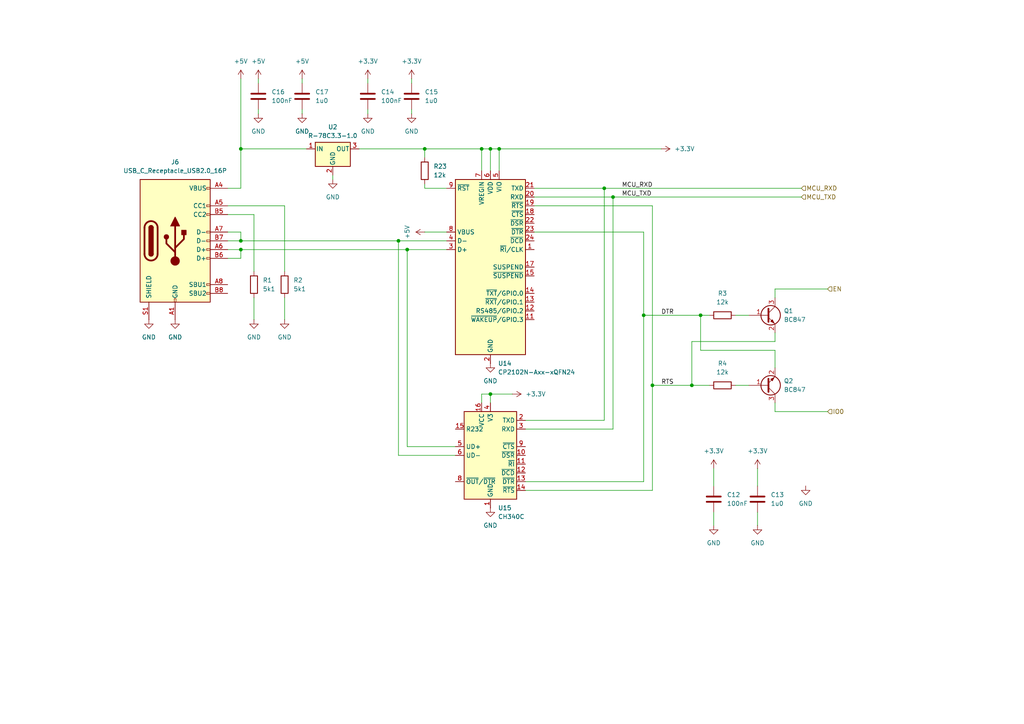
<source format=kicad_sch>
(kicad_sch (version 20231120) (generator "eeschema") (generator_version "8.0")
  (paper "A4")
  (lib_symbols
    (symbol "Connector:USB_C_Receptacle_USB2.0_16P" (pin_names (offset 1.016))
      (property "Reference" "J" (at 0 22.225 0))
      (property "Value" "USB_C_Receptacle_USB2.0_16P" (at 0 19.685 0))
      (symbol "USB_C_Receptacle_USB2.0_16P_0_0"
        (rectangle (start -0.254 -17.78) (end 0.254 -16.764))
        (rectangle (start 10.16 -14.986) (end 9.144 -15.494))
        (rectangle (start 10.16 -12.446) (end 9.144 -12.954))
        (rectangle (start 10.16 -4.826) (end 9.144 -5.334))
        (rectangle (start 10.16 -2.286) (end 9.144 -2.794))
        (rectangle (start 10.16 0.254) (end 9.144 -0.254))
        (rectangle (start 10.16 2.794) (end 9.144 2.286))
        (rectangle (start 10.16 7.874) (end 9.144 7.366))
        (rectangle (start 10.16 10.414) (end 9.144 9.906))
        (rectangle (start 10.16 15.494) (end 9.144 14.986))
      )
      (symbol "USB_C_Receptacle_USB2.0_16P_0_1"
        (rectangle (start -10.16 17.78) (end 10.16 -17.78) (stroke (width 0.254)) (fill (type background)))
        (arc (start -8.89 -3.81) (mid -6.985 -5.7067) (end -5.08 -3.81) (stroke (width 0.508)))
        (arc (start -7.62 -3.81) (mid -6.985 -4.4423) (end -6.35 -3.81) (stroke (width 0.254)))
        (arc (start -7.62 -3.81) (mid -6.985 -4.4423) (end -6.35 -3.81) (stroke (width 0.254)) (fill (type outline)))
        (rectangle (start -7.62 -3.81) (end -6.35 3.81) (stroke (width 0.254)) (fill (type outline)))
        (arc (start -6.35 3.81) (mid -6.985 4.4423) (end -7.62 3.81) (stroke (width 0.254)))
        (arc (start -6.35 3.81) (mid -6.985 4.4423) (end -7.62 3.81) (stroke (width 0.254)) (fill (type outline)))
        (arc (start -5.08 3.81) (mid -6.985 5.7067) (end -8.89 3.81) (stroke (width 0.508)))
        (circle (center -2.54 1.143) (radius 0.635) (stroke (width 0.254)) (fill (type outline)))
        (circle (center 0 -5.842) (radius 1.27) (fill (type outline)))
        (polyline (pts (xy -8.89 -3.81) (xy -8.89 3.81)) (stroke (width 0.508)))
        (polyline (pts (xy -5.08 3.81) (xy -5.08 -3.81)) (stroke (width 0.508)))
        (polyline (pts (xy 0 -5.842) (xy 0 4.318)) (stroke (width 0.508)))
        (polyline (pts (xy 0 -3.302) (xy -2.54 -0.762) (xy -2.54 0.508)) (stroke (width 0.508)))
        (polyline (pts (xy 0 -2.032) (xy 2.54 0.508) (xy 2.54 1.778)) (stroke (width 0.508)))
        (polyline (pts (xy -1.27 4.318) (xy 0 6.858) (xy 1.27 4.318) (xy -1.27 4.318)) (stroke (width 0.254)) (fill (type outline)))
        (rectangle (start 1.905 1.778) (end 3.175 3.048) (stroke (width 0.254)) (fill (type outline)))
      )
      (symbol "USB_C_Receptacle_USB2.0_16P_1_1"
        (pin passive line (at 0 -22.86 90) (length 5.08) (name "GND") (number "A1"))
        (pin passive line (at 0 -22.86 90) (length 5.08) hide (name "GND") (number "A12"))
        (pin passive line (at 15.24 15.24 180) (length 5.08) (name "VBUS") (number "A4"))
        (pin bidirectional line (at 15.24 10.16 180) (length 5.08) (name "CC1") (number "A5"))
        (pin bidirectional line (at 15.24 -2.54 180) (length 5.08) (name "D+") (number "A6"))
        (pin bidirectional line (at 15.24 2.54 180) (length 5.08) (name "D-") (number "A7"))
        (pin bidirectional line (at 15.24 -12.7 180) (length 5.08) (name "SBU1") (number "A8"))
        (pin passive line (at 15.24 15.24 180) (length 5.08) hide (name "VBUS") (number "A9"))
        (pin passive line (at 0 -22.86 90) (length 5.08) hide (name "GND") (number "B1"))
        (pin passive line (at 0 -22.86 90) (length 5.08) hide (name "GND") (number "B12"))
        (pin passive line (at 15.24 15.24 180) (length 5.08) hide (name "VBUS") (number "B4"))
        (pin bidirectional line (at 15.24 7.62 180) (length 5.08) (name "CC2") (number "B5"))
        (pin bidirectional line (at 15.24 -5.08 180) (length 5.08) (name "D+") (number "B6"))
        (pin bidirectional line (at 15.24 0 180) (length 5.08) (name "D-") (number "B7"))
        (pin bidirectional line (at 15.24 -15.24 180) (length 5.08) (name "SBU2") (number "B8"))
        (pin passive line (at 15.24 15.24 180) (length 5.08) hide (name "VBUS") (number "B9"))
        (pin passive line (at -7.62 -22.86 90) (length 5.08) (name "SHIELD") (number "S1"))
      )
    )
    (symbol "Device:C" (pin_numbers hide) (pin_names (offset 0.254))
      (property "Reference" "C" (at 0.635 2.54 0))
      (property "Value" "C" (at 0.635 -2.54 0))
      (symbol "C_0_1"
        (polyline (pts (xy -2.032 -0.762) (xy 2.032 -0.762)) (stroke (width 0.508)))
        (polyline (pts (xy -2.032 0.762) (xy 2.032 0.762)) (stroke (width 0.508)))
      )
      (symbol "C_1_1"
        (pin passive line (at 0 3.81 270) (length 2.794) (name "~") (number "1"))
        (pin passive line (at 0 -3.81 90) (length 2.794) (name "~") (number "2"))
      )
    )
    (symbol "Device:R" (pin_numbers hide) (pin_names (offset 0))
      (property "Reference" "R" (at 2.032 0 90))
      (property "Value" "R" (at 0 0 90))
      (symbol "R_0_1"
        (rectangle (start -1.016 -2.54) (end 1.016 2.54) (stroke (width 0.254)))
      )
      (symbol "R_1_1"
        (pin passive line (at 0 3.81 270) (length 1.27) (name "~") (number "1"))
        (pin passive line (at 0 -3.81 90) (length 1.27) (name "~") (number "2"))
      )
    )
    (symbol "Interface_USB:CH340C"
      (property "Reference" "U" (at -5.08 13.97 0))
      (property "Value" "CH340C" (at 1.27 13.97 0))
      (symbol "CH340C_0_1"
        (rectangle (start -7.62 12.7) (end 7.62 -12.7) (stroke (width 0.254)) (fill (type background)))
      )
      (symbol "CH340C_1_1"
        (pin power_in line (at 0 -15.24 90) (length 2.54) (name "GND") (number "1"))
        (pin input line (at 10.16 0 180) (length 2.54) (name "~{DSR}") (number "10"))
        (pin input line (at 10.16 -2.54 180) (length 2.54) (name "~{RI}") (number "11"))
        (pin input line (at 10.16 -5.08 180) (length 2.54) (name "~{DCD}") (number "12"))
        (pin output line (at 10.16 -7.62 180) (length 2.54) (name "~{DTR}") (number "13"))
        (pin output line (at 10.16 -10.16 180) (length 2.54) (name "~{RTS}") (number "14"))
        (pin input line (at -10.16 7.62 0) (length 2.54) (name "R232") (number "15"))
        (pin power_in line (at -2.54 15.24 270) (length 2.54) (name "VCC") (number "16"))
        (pin output line (at 10.16 10.16 180) (length 2.54) (name "TXD") (number "2"))
        (pin input line (at 10.16 7.62 180) (length 2.54) (name "RXD") (number "3"))
        (pin power_out line (at 0 15.24 270) (length 2.54) (name "V3") (number "4"))
        (pin bidirectional line (at -10.16 2.54 0) (length 2.54) (name "UD+") (number "5"))
        (pin bidirectional line (at -10.16 0 0) (length 2.54) (name "UD-") (number "6"))
        (pin no_connect line (at -7.62 -5.08 0) (length 2.54) hide (name "NC") (number "7"))
        (pin output line (at -10.16 -7.62 0) (length 2.54) (name "~{OUT}/~{DTR}") (number "8"))
        (pin input line (at 10.16 2.54 180) (length 2.54) (name "~{CTS}") (number "9"))
      )
    )
    (symbol "Interface_USB:CP2102N-Axx-xQFN24"
      (property "Reference" "U" (at -8.89 26.67 0))
      (property "Value" "CP2102N-Axx-xQFN24" (at 13.97 26.67 0))
      (symbol "CP2102N-Axx-xQFN24_0_1"
        (rectangle (start -10.16 25.4) (end 10.16 -25.4) (stroke (width 0.254)) (fill (type background)))
      )
      (symbol "CP2102N-Axx-xQFN24_1_1"
        (pin bidirectional line (at 12.7 5.08 180) (length 2.54) (name "~{RI}/CLK") (number "1"))
        (pin no_connect line (at -10.16 -22.86 0) (length 2.54) hide (name "NC") (number "10"))
        (pin bidirectional line (at 12.7 -15.24 180) (length 2.54) (name "~{WAKEUP}/GPIO.3") (number "11"))
        (pin bidirectional line (at 12.7 -12.7 180) (length 2.54) (name "RS485/GPIO.2") (number "12"))
        (pin bidirectional line (at 12.7 -10.16 180) (length 2.54) (name "~{RXT}/GPIO.1") (number "13"))
        (pin bidirectional line (at 12.7 -7.62 180) (length 2.54) (name "~{TXT}/GPIO.0") (number "14"))
        (pin output line (at 12.7 -2.54 180) (length 2.54) (name "~{SUSPEND}") (number "15"))
        (pin no_connect line (at 10.16 -22.86 180) (length 2.54) hide (name "NC") (number "16"))
        (pin output line (at 12.7 0 180) (length 2.54) (name "SUSPEND") (number "17"))
        (pin input line (at 12.7 15.24 180) (length 2.54) (name "~{CTS}") (number "18"))
        (pin output line (at 12.7 17.78 180) (length 2.54) (name "~{RTS}") (number "19"))
        (pin power_in line (at 0 -27.94 90) (length 2.54) (name "GND") (number "2"))
        (pin input line (at 12.7 20.32 180) (length 2.54) (name "RXD") (number "20"))
        (pin output line (at 12.7 22.86 180) (length 2.54) (name "TXD") (number "21"))
        (pin input line (at 12.7 12.7 180) (length 2.54) (name "~{DSR}") (number "22"))
        (pin output line (at 12.7 10.16 180) (length 2.54) (name "~{DTR}") (number "23"))
        (pin input line (at 12.7 7.62 180) (length 2.54) (name "~{DCD}") (number "24"))
        (pin passive line (at 0 -27.94 90) (length 2.54) hide (name "GND") (number "25"))
        (pin bidirectional line (at -12.7 5.08 0) (length 2.54) (name "D+") (number "3"))
        (pin bidirectional line (at -12.7 7.62 0) (length 2.54) (name "D-") (number "4"))
        (pin power_in line (at 2.54 27.94 270) (length 2.54) (name "VIO") (number "5"))
        (pin power_in line (at 0 27.94 270) (length 2.54) (name "VDD") (number "6"))
        (pin power_in line (at -2.54 27.94 270) (length 2.54) (name "VREGIN") (number "7"))
        (pin input line (at -12.7 10.16 0) (length 2.54) (name "VBUS") (number "8"))
        (pin input line (at -12.7 22.86 0) (length 2.54) (name "~{RST}") (number "9"))
      )
    )
    (symbol "Regulator_Switching:R-78C3.3-1.0" (pin_names (offset 0.254))
      (property "Reference" "U" (at -3.81 3.175 0))
      (property "Value" "R-78C3.3-1.0" (at 0 3.175 0))
      (symbol "R-78C3.3-1.0_0_1"
        (rectangle (start -5.08 1.905) (end 5.08 -5.08) (stroke (width 0.254)) (fill (type background)))
      )
      (symbol "R-78C3.3-1.0_1_1"
        (pin power_in line (at -7.62 0 0) (length 2.54) (name "IN") (number "1"))
        (pin power_in line (at 0 -7.62 90) (length 2.54) (name "GND") (number "2"))
        (pin power_out line (at 7.62 0 180) (length 2.54) (name "OUT") (number "3"))
      )
    )
    (symbol "Transistor_BJT:BC847" (pin_names (offset 0) hide)
      (property "Reference" "Q" (at 5.08 1.905 0))
      (property "Value" "BC847" (at 5.08 0 0))
      (symbol "BC847_0_1"
        (polyline (pts (xy 0.635 0.635) (xy 2.54 2.54)))
        (polyline (pts (xy 0.635 -0.635) (xy 2.54 -2.54) (xy 2.54 -2.54)))
        (polyline (pts (xy 0.635 1.905) (xy 0.635 -1.905) (xy 0.635 -1.905)) (stroke (width 0.508)))
        (polyline (pts (xy 1.27 -1.778) (xy 1.778 -1.27) (xy 2.286 -2.286) (xy 1.27 -1.778) (xy 1.27 -1.778)) (fill (type outline)))
        (circle (center 1.27 0) (radius 2.8194) (stroke (width 0.254)))
      )
      (symbol "BC847_1_1"
        (pin input line (at -5.08 0 0) (length 5.715) (name "B") (number "1"))
        (pin passive line (at 2.54 -5.08 90) (length 2.54) (name "E") (number "2"))
        (pin passive line (at 2.54 5.08 270) (length 2.54) (name "C") (number "3"))
      )
    )
    (symbol "power:+3.3V" (power) (pin_numbers hide) (pin_names (offset 0) hide)
      (property "Value" "+3.3V" (at 0 3.556 0))
      (symbol "+3.3V_0_1"
        (polyline (pts (xy -0.762 1.27) (xy 0 2.54)))
        (polyline (pts (xy 0 0) (xy 0 2.54)))
        (polyline (pts (xy 0 2.54) (xy 0.762 1.27)))
      )
      (symbol "+3.3V_1_1"
        (pin power_in line (at 0 0 90) (length 0) (name "~") (number "1"))
      )
    )
    (symbol "power:+5V" (power) (pin_numbers hide) (pin_names (offset 0) hide)
      (property "Value" "+5V" (at 0 3.556 0))
      (symbol "+5V_0_1"
        (polyline (pts (xy -0.762 1.27) (xy 0 2.54)))
        (polyline (pts (xy 0 0) (xy 0 2.54)))
        (polyline (pts (xy 0 2.54) (xy 0.762 1.27)))
      )
      (symbol "+5V_1_1"
        (pin power_in line (at 0 0 90) (length 0) (name "~") (number "1"))
      )
    )
    (symbol "power:GND" (power) (pin_numbers hide) (pin_names (offset 0) hide)
      (property "Value" "GND" (at 0 -3.81 0))
      (symbol "GND_0_1"
        (polyline (pts (xy 0 0) (xy 0 -1.27) (xy 1.27 -1.27) (xy 0 -2.54) (xy -1.27 -1.27) (xy 0 -1.27)))
      )
      (symbol "GND_1_1"
        (pin power_in line (at 0 0 270) (length 0) (name "~") (number "1"))
      )
    )
  )
  (junction (at 139.7 43.18))
  (junction (at 186.69 91.44))
  (junction (at 118.11 72.39))
  (junction (at 175.26 54.61))
  (junction (at 203.2 91.44))
  (junction (at 142.24 43.18))
  (junction (at 144.78 43.18))
  (junction (at 189.23 111.76))
  (junction (at 69.85 69.85))
  (junction (at 69.85 72.39))
  (junction (at 123.19 43.18))
  (junction (at 177.8 57.15))
  (junction (at 200.66 111.76))
  (junction (at 69.85 43.18))
  (junction (at 115.57 69.85))
  (junction (at 142.24 114.3))
  (wire (pts (xy 106.68 31.75) (xy 106.68 33.02)))
  (wire (pts (xy 123.19 67.31) (xy 129.54 67.31)))
  (wire (pts (xy 203.2 91.44) (xy 205.74 91.44)))
  (wire (pts (xy 219.71 135.89) (xy 219.71 140.97)))
  (wire (pts (xy 132.08 129.54) (xy 118.11 129.54)))
  (wire (pts (xy 66.04 69.85) (xy 69.85 69.85)))
  (wire (pts (xy 152.4 139.7) (xy 186.69 139.7)))
  (wire (pts (xy 186.69 91.44) (xy 186.69 139.7)))
  (wire (pts (xy 132.08 132.08) (xy 115.57 132.08)))
  (wire (pts (xy 74.93 22.86) (xy 74.93 24.13)))
  (wire (pts (xy 115.57 69.85) (xy 69.85 69.85)))
  (wire (pts (xy 69.85 22.86) (xy 69.85 43.18)))
  (wire (pts (xy 104.14 43.18) (xy 123.19 43.18)))
  (wire (pts (xy 142.24 43.18) (xy 142.24 49.53)))
  (wire (pts (xy 106.68 22.86) (xy 106.68 24.13)))
  (wire (pts (xy 186.69 91.44) (xy 203.2 91.44)))
  (wire (pts (xy 123.19 43.18) (xy 139.7 43.18)))
  (wire (pts (xy 73.66 62.23) (xy 73.66 78.74)))
  (wire (pts (xy 144.78 43.18) (xy 144.78 49.53)))
  (wire (pts (xy 200.66 111.76) (xy 200.66 99.06)))
  (wire (pts (xy 119.38 31.75) (xy 119.38 33.02)))
  (wire (pts (xy 87.63 31.75) (xy 87.63 33.02)))
  (wire (pts (xy 152.4 142.24) (xy 189.23 142.24)))
  (wire (pts (xy 87.63 22.86) (xy 87.63 24.13)))
  (wire (pts (xy 123.19 54.61) (xy 129.54 54.61)))
  (wire (pts (xy 69.85 74.93) (xy 66.04 74.93)))
  (wire (pts (xy 69.85 69.85) (xy 69.85 67.31)))
  (wire (pts (xy 129.54 69.85) (xy 115.57 69.85)))
  (wire (pts (xy 142.24 114.3) (xy 142.24 116.84)))
  (wire (pts (xy 73.66 86.36) (xy 73.66 92.71)))
  (wire (pts (xy 224.79 116.84) (xy 224.79 119.38)))
  (wire (pts (xy 115.57 132.08) (xy 115.57 69.85)))
  (wire (pts (xy 175.26 54.61) (xy 232.41 54.61)))
  (wire (pts (xy 69.85 54.61) (xy 66.04 54.61)))
  (wire (pts (xy 66.04 62.23) (xy 73.66 62.23)))
  (wire (pts (xy 142.24 43.18) (xy 144.78 43.18)))
  (wire (pts (xy 207.01 135.89) (xy 207.01 140.97)))
  (wire (pts (xy 142.24 114.3) (xy 139.7 114.3)))
  (wire (pts (xy 154.94 57.15) (xy 177.8 57.15)))
  (wire (pts (xy 189.23 142.24) (xy 189.23 111.76)))
  (wire (pts (xy 200.66 99.06) (xy 224.79 99.06)))
  (wire (pts (xy 152.4 124.46) (xy 177.8 124.46)))
  (wire (pts (xy 224.79 101.6) (xy 203.2 101.6)))
  (wire (pts (xy 74.93 31.75) (xy 74.93 33.02)))
  (wire (pts (xy 207.01 148.59) (xy 207.01 152.4)))
  (wire (pts (xy 69.85 54.61) (xy 69.85 43.18)))
  (wire (pts (xy 118.11 129.54) (xy 118.11 72.39)))
  (wire (pts (xy 224.79 83.82) (xy 240.03 83.82)))
  (wire (pts (xy 139.7 43.18) (xy 139.7 49.53)))
  (wire (pts (xy 69.85 72.39) (xy 118.11 72.39)))
  (wire (pts (xy 205.74 111.76) (xy 200.66 111.76)))
  (wire (pts (xy 189.23 59.69) (xy 189.23 111.76)))
  (wire (pts (xy 189.23 111.76) (xy 200.66 111.76)))
  (wire (pts (xy 123.19 43.18) (xy 123.19 45.72)))
  (wire (pts (xy 82.55 59.69) (xy 82.55 78.74)))
  (wire (pts (xy 154.94 67.31) (xy 186.69 67.31)))
  (wire (pts (xy 224.79 101.6) (xy 224.79 106.68)))
  (wire (pts (xy 219.71 148.59) (xy 219.71 152.4)))
  (wire (pts (xy 123.19 53.34) (xy 123.19 54.61)))
  (wire (pts (xy 118.11 72.39) (xy 129.54 72.39)))
  (wire (pts (xy 119.38 22.86) (xy 119.38 24.13)))
  (wire (pts (xy 177.8 57.15) (xy 232.41 57.15)))
  (wire (pts (xy 203.2 101.6) (xy 203.2 91.44)))
  (wire (pts (xy 186.69 91.44) (xy 186.69 67.31)))
  (wire (pts (xy 66.04 59.69) (xy 82.55 59.69)))
  (wire (pts (xy 224.79 86.36) (xy 224.79 83.82)))
  (wire (pts (xy 82.55 86.36) (xy 82.55 92.71)))
  (wire (pts (xy 175.26 54.61) (xy 175.26 121.92)))
  (wire (pts (xy 213.36 91.44) (xy 217.17 91.44)))
  (wire (pts (xy 139.7 114.3) (xy 139.7 116.84)))
  (wire (pts (xy 213.36 111.76) (xy 217.17 111.76)))
  (wire (pts (xy 154.94 59.69) (xy 189.23 59.69)))
  (wire (pts (xy 69.85 72.39) (xy 69.85 74.93)))
  (wire (pts (xy 96.52 52.07) (xy 96.52 50.8)))
  (wire (pts (xy 69.85 67.31) (xy 66.04 67.31)))
  (wire (pts (xy 69.85 43.18) (xy 88.9 43.18)))
  (wire (pts (xy 148.59 114.3) (xy 142.24 114.3)))
  (wire (pts (xy 224.79 119.38) (xy 240.03 119.38)))
  (wire (pts (xy 154.94 54.61) (xy 175.26 54.61)))
  (wire (pts (xy 177.8 57.15) (xy 177.8 124.46)))
  (wire (pts (xy 139.7 43.18) (xy 142.24 43.18)))
  (wire (pts (xy 152.4 121.92) (xy 175.26 121.92)))
  (wire (pts (xy 144.78 43.18) (xy 191.77 43.18)))
  (wire (pts (xy 224.79 99.06) (xy 224.79 96.52)))
  (wire (pts (xy 66.04 72.39) (xy 69.85 72.39)))
  (label "MCU_RXD" (at 180.34 54.61 0))
  (label "MCU_TXD" (at 180.34 57.15 0))
  (label "DTR" (at 191.77 91.44 0))
  (label "RTS" (at 191.77 111.76 0))
  (hierarchical_label "IO0" (shape input) (at 240.03 119.38 0))
  (hierarchical_label "EN" (shape input) (at 240.03 83.82 0))
  (hierarchical_label "MCU_RXD" (shape input) (at 232.41 54.61 0))
  (hierarchical_label "MCU_TXD" (shape input) (at 232.41 57.15 0))
  (symbol (lib_id "power:GND") (at 96.52 52.07 0) (unit 1)
    (property "Reference" "#PWR08" (effects (hide yes)))
    (property "Value" "GND" (at 96.52 57.15 0))
    (property "Description" "Power symbol creates a global label with name \"GND\" , ground" (effects (hide yes)))
  )
  (symbol (lib_id "power:GND") (at 219.71 152.4 0) (unit 1)
    (property "Reference" "#PWR060" (effects (hide yes)))
    (property "Value" "GND" (at 219.71 157.48 0))
    (property "Description" "Power symbol creates a global label with name \"GND\" , ground" (effects (hide yes)))
  )
  (symbol (lib_id "Device:C") (at 219.71 144.78 0) (unit 1)
    (property "Reference" "C13" (at 223.52 143.5099 0) (effects (justify left)))
    (property "Value" "1u0" (at 223.52 146.0499 0) (effects (justify left)))
    (property "Footprint" "Capacitor_SMD:C_0603_1608Metric" (effects (hide yes)))
    (property "Description" "Unpolarized capacitor" (effects (hide yes)))
  )
  (symbol (lib_id "power:GND") (at 73.66 92.71 0) (unit 1)
    (property "Reference" "#PWR03" (effects (hide yes)))
    (property "Value" "GND" (at 73.66 97.79 0))
    (property "Description" "Power symbol creates a global label with name \"GND\" , ground" (effects (hide yes)))
  )
  (symbol (lib_id "power:+5V") (at 87.63 22.86 0) (unit 1)
    (property "Reference" "#PWR068" (effects (hide yes)))
    (property "Value" "+5V" (at 87.63 17.78 0))
    (property "Description" "Power symbol creates a global label with name \"+5V\"" (effects (hide yes)))
  )
  (symbol (lib_id "power:GND") (at 82.55 92.71 0) (unit 1)
    (property "Reference" "#PWR04" (effects (hide yes)))
    (property "Value" "GND" (at 82.55 97.79 0))
    (property "Description" "Power symbol creates a global label with name \"GND\" , ground" (effects (hide yes)))
  )
  (symbol (lib_id "Device:R") (at 82.55 82.55 0) (unit 1)
    (property "Reference" "R2" (at 85.09 81.2799 0) (effects (justify left)))
    (property "Value" "5k1" (at 85.09 83.8199 0) (effects (justify left)))
    (property "Footprint" "Resistor_SMD:R_0603_1608Metric" (effects (hide yes)))
    (property "Description" "Resistor" (effects (hide yes)))
  )
  (symbol (lib_id "Device:R") (at 209.55 91.44 90) (unit 1)
    (property "Reference" "R3" (at 209.55 85.09 90))
    (property "Value" "12k" (at 209.55 87.63 90))
    (property "Footprint" "Resistor_SMD:R_0603_1608Metric" (effects (hide yes)))
    (property "Description" "Resistor" (effects (hide yes)))
  )
  (symbol (lib_id "power:+3.3V") (at 207.01 135.89 0) (unit 1)
    (property "Reference" "#PWR057" (effects (hide yes)))
    (property "Value" "+3.3V" (at 207.01 130.81 0))
    (property "Description" "Power symbol creates a global label with name \"+3.3V\"" (effects (hide yes)))
  )
  (symbol (lib_id "Device:C") (at 74.93 27.94 0) (unit 1)
    (property "Reference" "C16" (at 78.74 26.6699 0) (effects (justify left)))
    (property "Value" "100nF" (at 78.74 29.2099 0) (effects (justify left)))
    (property "Footprint" "Capacitor_SMD:C_0603_1608Metric" (effects (hide yes)))
    (property "Description" "Unpolarized capacitor" (effects (hide yes)))
  )
  (symbol (lib_id "power:GND") (at 207.01 152.4 0) (unit 1)
    (property "Reference" "#PWR058" (effects (hide yes)))
    (property "Value" "GND" (at 207.01 157.48 0))
    (property "Description" "Power symbol creates a global label with name \"GND\" , ground" (effects (hide yes)))
  )
  (symbol (lib_id "Device:R") (at 209.55 111.76 90) (unit 1)
    (property "Reference" "R4" (at 209.55 105.41 90))
    (property "Value" "12k" (at 209.55 107.95 90))
    (property "Footprint" "Resistor_SMD:R_0603_1608Metric" (effects (hide yes)))
    (property "Description" "Resistor" (effects (hide yes)))
  )
  (symbol (lib_id "power:+5V") (at 123.19 67.31 90) (unit 1)
    (property "Reference" "#PWR09" (effects (hide yes)))
    (property "Value" "+5V" (at 118.11 67.31 0))
    (property "Description" "Power symbol creates a global label with name \"+5V\"" (effects (hide yes)))
  )
  (symbol (lib_id "Transistor_BJT:BC847") (at 222.25 91.44 0) (unit 1)
    (property "Reference" "Q1" (at 227.33 90.1699 0) (effects (justify left)))
    (property "Value" "BC847" (at 227.33 92.7099 0) (effects (justify left)))
    (property "Footprint" "Package_TO_SOT_SMD:SOT-23" (effects (hide yes)))
    (property "Datasheet" "http://www.infineon.com/dgdl/Infineon-BC847SERIES_BC848SERIES_BC849SERIES_BC850SERIES-DS-v01_01-en.pdf?fileId=db3a304314dca389011541d4630a1657" (effects (hide yes)))
    (property "Description" "0.1A Ic, 45V Vce, NPN Transistor, SOT-23" (effects (hide yes)))
  )
  (symbol (lib_id "Device:R") (at 73.66 82.55 0) (unit 1)
    (property "Reference" "R1" (at 76.2 81.2799 0) (effects (justify left)))
    (property "Value" "5k1" (at 76.2 83.8199 0) (effects (justify left)))
    (property "Footprint" "Resistor_SMD:R_0603_1608Metric" (effects (hide yes)))
    (property "Description" "Resistor" (effects (hide yes)))
  )
  (symbol (lib_id "power:GND") (at 50.8 92.71 0) (unit 1)
    (property "Reference" "#PWR02" (effects (hide yes)))
    (property "Value" "GND" (at 50.8 97.79 0))
    (property "Description" "Power symbol creates a global label with name \"GND\" , ground" (effects (hide yes)))
  )
  (symbol (lib_id "Regulator_Switching:R-78C3.3-1.0") (at 96.52 43.18 0) (unit 1)
    (property "Reference" "U2" (at 96.52 36.83 0))
    (property "Value" "R-78C3.3-1.0" (at 96.52 39.37 0))
    (property "Footprint" "Converter_DCDC:Converter_DCDC_RECOM_R-78E-0.5_THT" (effects (hide yes)))
    (property "Datasheet" "https://www.recom-power.com/pdf/Innoline/R-78Cxx-1.0.pdf" (effects (hide yes)))
    (property "Description" "1A Step-Down DC/DC-Regulator, 6-42V input, 3.3V fixed Output Voltage, LM78xx replacement, -40°C to +85°C, SIP3" (effects (hide yes)))
  )
  (symbol (lib_id "power:+3.3V") (at 191.77 43.18 270) (unit 1)
    (property "Reference" "#PWR013" (effects (hide yes)))
    (property "Value" "+3.3V" (at 195.58 43.1799 90) (effects (justify left)))
    (property "Description" "Power symbol creates a global label with name \"+3.3V\"" (effects (hide yes)))
  )
  (symbol (lib_id "power:GND") (at 119.38 33.02 0) (unit 1)
    (property "Reference" "#PWR064" (effects (hide yes)))
    (property "Value" "GND" (at 119.38 38.1 0))
    (property "Description" "Power symbol creates a global label with name \"GND\" , ground" (effects (hide yes)))
  )
  (symbol (lib_id "power:GND") (at 43.18 92.71 0) (unit 1)
    (property "Reference" "#PWR01" (effects (hide yes)))
    (property "Value" "GND" (at 43.18 97.79 0))
    (property "Description" "Power symbol creates a global label with name \"GND\" , ground" (effects (hide yes)))
  )
  (symbol (lib_id "power:+3.3V") (at 219.71 135.89 0) (unit 1)
    (property "Reference" "#PWR059" (effects (hide yes)))
    (property "Value" "+3.3V" (at 219.71 130.81 0))
    (property "Description" "Power symbol creates a global label with name \"+3.3V\"" (effects (hide yes)))
  )
  (symbol (lib_id "power:GND") (at 142.24 105.41 0) (unit 1)
    (property "Reference" "#PWR073" (effects (hide yes)))
    (property "Value" "GND" (at 142.24 110.49 0))
    (property "Description" "Power symbol creates a global label with name \"GND\" , ground" (effects (hide yes)))
  )
  (symbol (lib_id "Device:C") (at 119.38 27.94 0) (unit 1)
    (property "Reference" "C15" (at 123.19 26.6699 0) (effects (justify left)))
    (property "Value" "1u0" (at 123.19 29.2099 0) (effects (justify left)))
    (property "Footprint" "Capacitor_SMD:C_0603_1608Metric" (effects (hide yes)))
    (property "Description" "Unpolarized capacitor" (effects (hide yes)))
  )
  (symbol (lib_id "power:+5V") (at 74.93 22.86 0) (unit 1)
    (property "Reference" "#PWR066" (effects (hide yes)))
    (property "Value" "+5V" (at 74.93 17.78 0))
    (property "Description" "Power symbol creates a global label with name \"+5V\"" (effects (hide yes)))
  )
  (symbol (lib_id "Transistor_BJT:BC847") (at 222.25 111.76 0) (mirror x) (unit 1)
    (property "Reference" "Q2" (at 227.33 110.4899 0) (effects (justify left)))
    (property "Value" "BC847" (at 227.33 113.0299 0) (effects (justify left)))
    (property "Footprint" "Package_TO_SOT_SMD:SOT-23" (effects (hide yes)))
    (property "Datasheet" "http://www.infineon.com/dgdl/Infineon-BC847SERIES_BC848SERIES_BC849SERIES_BC850SERIES-DS-v01_01-en.pdf?fileId=db3a304314dca389011541d4630a1657" (effects (hide yes)))
    (property "Description" "0.1A Ic, 45V Vce, NPN Transistor, SOT-23" (effects (hide yes)))
  )
  (symbol (lib_id "power:+3.3V") (at 119.38 22.86 0) (unit 1)
    (property "Reference" "#PWR063" (effects (hide yes)))
    (property "Value" "+3.3V" (at 119.38 17.78 0))
    (property "Description" "Power symbol creates a global label with name \"+3.3V\"" (effects (hide yes)))
  )
  (symbol (lib_id "power:+5V") (at 69.85 22.86 0) (unit 1)
    (property "Reference" "#PWR065" (effects (hide yes)))
    (property "Value" "+5V" (at 69.85 17.78 0))
    (property "Description" "Power symbol creates a global label with name \"+5V\"" (effects (hide yes)))
  )
  (symbol (lib_id "power:GND") (at 87.63 33.02 0) (unit 1)
    (property "Reference" "#PWR069" (effects (hide yes)))
    (property "Value" "GND" (at 87.63 38.1 0))
    (property "Description" "Power symbol creates a global label with name \"GND\" , ground" (effects (hide yes)))
  )
  (symbol (lib_id "power:GND") (at 142.24 147.32 0) (unit 1)
    (property "Reference" "#PWR072" (effects (hide yes)))
    (property "Value" "GND" (at 142.24 152.4 0))
    (property "Description" "Power symbol creates a global label with name \"GND\" , ground" (effects (hide yes)))
  )
  (symbol (lib_id "power:+3.3V") (at 106.68 22.86 0) (unit 1)
    (property "Reference" "#PWR061" (effects (hide yes)))
    (property "Value" "+3.3V" (at 106.68 17.78 0))
    (property "Description" "Power symbol creates a global label with name \"+3.3V\"" (effects (hide yes)))
  )
  (symbol (lib_id "power:+3.3V") (at 148.59 114.3 270) (unit 1)
    (property "Reference" "#PWR074" (effects (hide yes)))
    (property "Value" "+3.3V" (at 152.4 114.2999 90) (effects (justify left)))
    (property "Description" "Power symbol creates a global label with name \"+3.3V\"" (effects (hide yes)))
  )
  (symbol (lib_id "Device:C") (at 87.63 27.94 0) (unit 1)
    (property "Reference" "C17" (at 91.44 26.6699 0) (effects (justify left)))
    (property "Value" "1u0" (at 91.44 29.2099 0) (effects (justify left)))
    (property "Footprint" "Capacitor_SMD:C_0603_1608Metric" (effects (hide yes)))
    (property "Description" "Unpolarized capacitor" (effects (hide yes)))
  )
  (symbol (lib_id "Connector:USB_C_Receptacle_USB2.0_16P") (at 50.8 69.85 0) (unit 1)
    (property "Reference" "J6" (at 50.8 46.99 0))
    (property "Value" "USB_C_Receptacle_USB2.0_16P" (at 50.8 49.53 0))
    (property "Footprint" "Connector_USB:USB_C_Receptacle_GCT_USB4110" (effects (hide yes)))
    (property "Datasheet" "https://www.usb.org/sites/default/files/documents/usb_type-c.zip" (effects (hide yes)))
    (property "Description" "USB 2.0-only 16P Type-C Receptacle connector" (effects (hide yes)))
  )
  (symbol (lib_id "Interface_USB:CH340C") (at 142.24 132.08 0) (unit 1)
    (property "Reference" "U15" (at 144.4341 147.32 0) (effects (justify left)))
    (property "Value" "CH340C" (at 144.4341 149.86 0) (effects (justify left)))
    (property "Footprint" "Package_SO:SOIC-16_3.9x9.9mm_P1.27mm" (effects (hide yes)))
    (property "Datasheet" "https://datasheet.lcsc.com/szlcsc/Jiangsu-Qin-Heng-CH340C_C84681.pdf" (effects (hide yes)))
    (property "Description" "USB serial converter, UART, SOIC-16" (effects (hide yes)))
  )
  (symbol (lib_id "power:GND") (at 106.68 33.02 0) (unit 1)
    (property "Reference" "#PWR062" (effects (hide yes)))
    (property "Value" "GND" (at 106.68 38.1 0))
    (property "Description" "Power symbol creates a global label with name \"GND\" , ground" (effects (hide yes)))
  )
  (symbol (lib_id "power:GND") (at 233.68 140.97 0) (unit 1)
    (property "Reference" "#PWR010" (effects (hide yes)))
    (property "Value" "GND" (at 233.68 146.05 0))
    (property "Description" "Power symbol creates a global label with name \"GND\" , ground" (effects (hide yes)))
  )
  (symbol (lib_id "Device:R") (at 123.19 49.53 180) (unit 1)
    (property "Reference" "R23" (at 125.73 48.2599 0) (effects (justify right)))
    (property "Value" "12k" (at 125.73 50.7999 0) (effects (justify right)))
    (property "Footprint" "Resistor_SMD:R_0603_1608Metric" (effects (hide yes)))
    (property "Description" "Resistor" (effects (hide yes)))
  )
  (symbol (lib_id "Device:C") (at 207.01 144.78 0) (unit 1)
    (property "Reference" "C12" (at 210.82 143.5099 0) (effects (justify left)))
    (property "Value" "100nF" (at 210.82 146.0499 0) (effects (justify left)))
    (property "Footprint" "Capacitor_SMD:C_0603_1608Metric" (effects (hide yes)))
    (property "Description" "Unpolarized capacitor" (effects (hide yes)))
  )
  (symbol (lib_id "Interface_USB:CP2102N-Axx-xQFN24") (at 142.24 77.47 0) (unit 1)
    (property "Reference" "U14" (at 144.4341 105.41 0) (effects (justify left)))
    (property "Value" "CP2102N-Axx-xQFN24" (at 144.4341 107.95 0) (effects (justify left)))
    (property "Footprint" "Package_DFN_QFN:QFN-24-1EP_4x4mm_P0.5mm_EP2.6x2.6mm" (effects (hide yes)))
    (property "Datasheet" "https://www.silabs.com/documents/public/data-sheets/cp2102n-datasheet.pdf" (effects (hide yes)))
    (property "Description" "USB to UART master bridge, QFN-24" (effects (hide yes)))
  )
  (symbol (lib_id "Device:C") (at 106.68 27.94 0) (unit 1)
    (property "Reference" "C14" (at 110.49 26.6699 0) (effects (justify left)))
    (property "Value" "100nF" (at 110.49 29.2099 0) (effects (justify left)))
    (property "Footprint" "Capacitor_SMD:C_0603_1608Metric" (effects (hide yes)))
    (property "Description" "Unpolarized capacitor" (effects (hide yes)))
  )
  (symbol (lib_id "power:GND") (at 74.93 33.02 0) (unit 1)
    (property "Reference" "#PWR067" (effects (hide yes)))
    (property "Value" "GND" (at 74.93 38.1 0))
    (property "Description" "Power symbol creates a global label with name \"GND\" , ground" (effects (hide yes)))
  )
)
</source>
